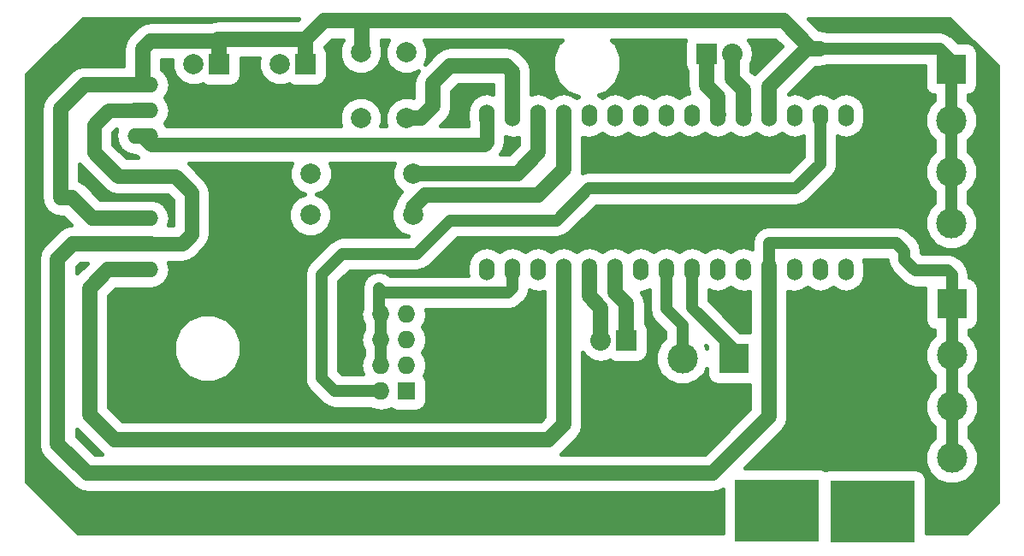
<source format=gbr>
G04 #@! TF.FileFunction,Copper,L1,Top,Signal*
%FSLAX46Y46*%
G04 Gerber Fmt 4.6, Leading zero omitted, Abs format (unit mm)*
G04 Created by KiCad (PCBNEW 4.0.4-stable) date 11/17/16 22:49:04*
%MOMM*%
%LPD*%
G01*
G04 APERTURE LIST*
%ADD10C,0.100000*%
%ADD11O,1.524000X2.199640*%
%ADD12O,1.524000X2.197100*%
%ADD13O,3.048000X1.524000*%
%ADD14C,1.998980*%
%ADD15R,2.000000X2.000000*%
%ADD16C,2.000000*%
%ADD17R,2.032000X2.032000*%
%ADD18O,2.032000X2.032000*%
%ADD19R,1.727200X1.727200*%
%ADD20O,1.727200X1.727200*%
%ADD21R,2.999740X2.999740*%
%ADD22C,2.999740*%
%ADD23R,8.399540X6.199640*%
%ADD24R,1.399540X1.199640*%
%ADD25C,1.150000*%
%ADD26C,1.550000*%
%ADD27C,1.450000*%
%ADD28C,0.454000*%
G04 APERTURE END LIST*
D10*
D11*
X97536000Y-23368000D03*
X94996000Y-23368000D03*
X92456000Y-23368000D03*
X89916000Y-23368000D03*
X87376000Y-23368000D03*
X84836000Y-23368000D03*
X82296000Y-23368000D03*
X79756000Y-23368000D03*
X77216000Y-23368000D03*
X74676000Y-23368000D03*
X72136000Y-23368000D03*
X69596000Y-23368000D03*
X67056000Y-23368000D03*
X64516000Y-23368000D03*
X61976000Y-23368000D03*
X61976000Y-38608000D03*
X64516000Y-38608000D03*
X67056000Y-38608000D03*
X69596000Y-38608000D03*
D12*
X72136000Y-38608000D03*
X74676000Y-38608000D03*
X77216000Y-38608000D03*
X79756000Y-38608000D03*
X82296000Y-38608000D03*
X84836000Y-38608000D03*
X87376000Y-38608000D03*
X89916000Y-38608000D03*
X92456000Y-38608000D03*
X94996000Y-38608000D03*
X97536000Y-38608000D03*
D13*
X27940000Y-38608000D03*
X27940000Y-36068000D03*
X27940000Y-33528000D03*
X27940000Y-25400000D03*
X27940000Y-22860000D03*
X27940000Y-20320000D03*
D14*
X49514760Y-17119600D03*
X54015640Y-23622000D03*
X54015640Y-17119600D03*
X49514760Y-23622000D03*
D15*
X44043600Y-18288000D03*
D16*
X41503600Y-18288000D03*
D14*
X54737000Y-29083000D03*
X44577000Y-29083000D03*
D17*
X75793600Y-45618400D03*
D18*
X73253600Y-45618400D03*
D17*
X83718400Y-17221200D03*
D18*
X86258400Y-17221200D03*
D15*
X35509200Y-18288000D03*
D16*
X32969200Y-18288000D03*
D14*
X54673500Y-33210500D03*
X44513500Y-33210500D03*
D19*
X54051200Y-50647600D03*
D20*
X51511200Y-50647600D03*
X54051200Y-48107600D03*
X51511200Y-48107600D03*
X54051200Y-45567600D03*
X51511200Y-45567600D03*
X54051200Y-43027600D03*
X51511200Y-43027600D03*
D21*
X107950000Y-18745200D03*
D22*
X107950000Y-23825200D03*
X107950000Y-28905200D03*
X107950000Y-33985200D03*
D21*
X108000800Y-42011600D03*
D22*
X108000800Y-47091600D03*
X108000800Y-52171600D03*
X108000800Y-57251600D03*
D21*
X86410800Y-47396400D03*
D22*
X81330800Y-47396400D03*
D23*
X90700000Y-62500000D03*
D24*
X100150000Y-62550000D03*
D23*
X100150000Y-62550000D03*
D25*
X107950000Y-28905200D02*
X107950000Y-33985200D01*
X94945200Y-16713200D02*
X106832400Y-16713200D01*
X106832400Y-16713200D02*
X107950000Y-17830800D01*
X107950000Y-17830800D02*
X107950000Y-23825200D01*
X107950000Y-23825200D02*
X107950000Y-28905200D01*
D26*
X49631600Y-13970000D02*
X49631600Y-17002760D01*
X49631600Y-17002760D02*
X49514760Y-17119600D01*
X45872400Y-13970000D02*
X44043600Y-15798800D01*
X91338400Y-13970000D02*
X49631600Y-13970000D01*
X49631600Y-13970000D02*
X45872400Y-13970000D01*
X94081600Y-16713200D02*
X91338400Y-13970000D01*
X89916000Y-20472400D02*
X93675200Y-16713200D01*
X89916000Y-23368000D02*
X89916000Y-20472400D01*
X35509200Y-15951200D02*
X28702000Y-15951200D01*
X27940000Y-16713200D02*
X27940000Y-20320000D01*
X28702000Y-15951200D02*
X27940000Y-16713200D01*
X44043600Y-18288000D02*
X44043600Y-15798800D01*
X35509200Y-15951200D02*
X35509200Y-18288000D01*
X35356800Y-15798800D02*
X35509200Y-15951200D01*
X44043600Y-15798800D02*
X35356800Y-15798800D01*
X27940000Y-33528000D02*
X22923500Y-33528000D01*
X22923500Y-33528000D02*
X20891500Y-31496000D01*
X20891500Y-31496000D02*
X19812000Y-31496000D01*
X27940000Y-20320000D02*
X22161500Y-20320000D01*
X22161500Y-20320000D02*
X19812000Y-22669500D01*
X19812000Y-22669500D02*
X19812000Y-31496000D01*
X94945200Y-16713200D02*
X94081600Y-16713200D01*
X93675200Y-16713200D02*
X94945200Y-16713200D01*
D27*
X61976000Y-23368000D02*
X61976000Y-25971500D01*
X28765500Y-26225500D02*
X27940000Y-25400000D01*
X61722000Y-26225500D02*
X28765500Y-26225500D01*
X61976000Y-25971500D02*
X61722000Y-26225500D01*
D26*
X69596000Y-38608000D02*
X69596000Y-53949600D01*
X24485600Y-38608000D02*
X27940000Y-38608000D01*
X22656800Y-40436800D02*
X24485600Y-38608000D01*
X22656800Y-52984400D02*
X22656800Y-40436800D01*
X25146000Y-55473600D02*
X22656800Y-52984400D01*
X68072000Y-55473600D02*
X25146000Y-55473600D01*
X69596000Y-53949600D02*
X68072000Y-55473600D01*
X54015640Y-23622000D02*
X55473600Y-23622000D01*
X64516000Y-18999200D02*
X64516000Y-23368000D01*
X63957200Y-18440400D02*
X64516000Y-18999200D01*
X58369200Y-18440400D02*
X63957200Y-18440400D01*
X56642000Y-20167600D02*
X58369200Y-18440400D01*
X56642000Y-22453600D02*
X56642000Y-20167600D01*
X55473600Y-23622000D02*
X56642000Y-22453600D01*
X72136000Y-38608000D02*
X72136000Y-41249600D01*
X73253600Y-42367200D02*
X73253600Y-45618400D01*
X72136000Y-41249600D02*
X73253600Y-42367200D01*
X74676000Y-38608000D02*
X74676000Y-40890460D01*
X75793600Y-42008060D02*
X75793600Y-45618400D01*
X74676000Y-40890460D02*
X75793600Y-42008060D01*
X86258400Y-17221200D02*
X86258400Y-19710400D01*
X87376000Y-20828000D02*
X87376000Y-23368000D01*
X86258400Y-19710400D02*
X87376000Y-20828000D01*
X87439500Y-23304500D02*
X87376000Y-23368000D01*
X83718400Y-17221200D02*
X83718400Y-20370800D01*
X84836000Y-21488400D02*
X84836000Y-23368000D01*
X83718400Y-20370800D02*
X84836000Y-21488400D01*
X84963000Y-23241000D02*
X84836000Y-23368000D01*
X69596000Y-28702000D02*
X69596000Y-23368000D01*
X67056000Y-31242000D02*
X69596000Y-28702000D01*
X55880000Y-31242000D02*
X67056000Y-31242000D01*
X54673500Y-32448500D02*
X55880000Y-31242000D01*
X54673500Y-33210500D02*
X54673500Y-32448500D01*
X54737000Y-29083000D02*
X64998600Y-29083000D01*
X67056000Y-27025600D02*
X67056000Y-23368000D01*
X64998600Y-29083000D02*
X67056000Y-27025600D01*
D25*
X94996000Y-23368000D02*
X94996000Y-28143200D01*
X46939200Y-50647600D02*
X51511200Y-50647600D01*
X45618400Y-49326800D02*
X46939200Y-50647600D01*
X45618400Y-39116000D02*
X45618400Y-49326800D01*
X47701200Y-37033200D02*
X45618400Y-39116000D01*
X55067200Y-37033200D02*
X47701200Y-37033200D01*
X58369200Y-33731200D02*
X55067200Y-37033200D01*
X68935600Y-33731200D02*
X58369200Y-33731200D01*
X72085200Y-30581600D02*
X68935600Y-33731200D01*
X92557600Y-30581600D02*
X72085200Y-30581600D01*
X94996000Y-28143200D02*
X92557600Y-30581600D01*
X51308000Y-42824400D02*
X51308000Y-40436800D01*
X64516000Y-40487600D02*
X64516000Y-38608000D01*
X64109600Y-40894000D02*
X64516000Y-40487600D01*
X51765200Y-40894000D02*
X64109600Y-40894000D01*
X51308000Y-40436800D02*
X51765200Y-40894000D01*
X51511200Y-48107600D02*
X51511200Y-45567600D01*
X51511200Y-45567600D02*
X51511200Y-43027600D01*
X51511200Y-43027600D02*
X51308000Y-42824400D01*
X89916000Y-38608000D02*
X89916000Y-35966400D01*
X108000800Y-39065200D02*
X108000800Y-42011600D01*
X107645200Y-38709600D02*
X108000800Y-39065200D01*
X104394000Y-38709600D02*
X107645200Y-38709600D01*
X103327200Y-37642800D02*
X104394000Y-38709600D01*
X103327200Y-36779200D02*
X103327200Y-37642800D01*
X102514400Y-35966400D02*
X103327200Y-36779200D01*
X89916000Y-35966400D02*
X102514400Y-35966400D01*
X108000800Y-42011600D02*
X108000800Y-47091600D01*
X108000800Y-47091600D02*
X108000800Y-52171600D01*
X108000800Y-52171600D02*
X108000800Y-57251600D01*
D26*
X27940000Y-36068000D02*
X20980400Y-36068000D01*
X89916000Y-53187600D02*
X89916000Y-38608000D01*
X84328000Y-58775600D02*
X89916000Y-53187600D01*
X22402800Y-58775600D02*
X84328000Y-58775600D01*
X19507200Y-55880000D02*
X22402800Y-58775600D01*
X19507200Y-37541200D02*
X19507200Y-55880000D01*
X20980400Y-36068000D02*
X19507200Y-37541200D01*
D27*
X27940000Y-22860000D02*
X24574500Y-22860000D01*
X31813500Y-36068000D02*
X27940000Y-36068000D01*
X32766000Y-35115500D02*
X31813500Y-36068000D01*
X32766000Y-30988000D02*
X32766000Y-35115500D01*
X31178500Y-29400500D02*
X32766000Y-30988000D01*
X25527000Y-29400500D02*
X31178500Y-29400500D01*
X23114000Y-26987500D02*
X25527000Y-29400500D01*
X23114000Y-24320500D02*
X23114000Y-26987500D01*
X24574500Y-22860000D02*
X23114000Y-24320500D01*
D25*
X79756000Y-38608000D02*
X79756000Y-42519600D01*
X79756000Y-42519600D02*
X81330800Y-44094400D01*
X81330800Y-44094400D02*
X81330800Y-47396400D01*
X86410800Y-46482000D02*
X82296000Y-42367200D01*
X82296000Y-42367200D02*
X82296000Y-38608000D01*
X86410800Y-47396400D02*
X86410800Y-46482000D01*
D28*
G36*
X43252452Y-13888800D02*
X35356800Y-13888800D01*
X34625874Y-14034190D01*
X34615383Y-14041200D01*
X28702000Y-14041200D01*
X27971075Y-14186590D01*
X27351426Y-14600626D01*
X26589426Y-15362626D01*
X26175390Y-15982274D01*
X26066495Y-16529725D01*
X26030000Y-16713200D01*
X26030000Y-18410000D01*
X22161500Y-18410000D01*
X21430574Y-18555390D01*
X20810926Y-18969426D01*
X18461426Y-21318926D01*
X18047390Y-21938574D01*
X17959108Y-22382400D01*
X17902000Y-22669500D01*
X17902000Y-31496000D01*
X18047390Y-32226925D01*
X18461426Y-32846574D01*
X19081075Y-33260610D01*
X19812000Y-33406000D01*
X20100352Y-33406000D01*
X20873597Y-34179245D01*
X20249475Y-34303390D01*
X19746317Y-34639589D01*
X19629826Y-34717426D01*
X18156626Y-36190626D01*
X17742590Y-36810274D01*
X17709725Y-36975500D01*
X17597200Y-37541200D01*
X17597200Y-55880000D01*
X17742590Y-56610926D01*
X18156626Y-57230574D01*
X21052226Y-60126174D01*
X21671874Y-60540210D01*
X22402800Y-60685600D01*
X84328000Y-60685600D01*
X85058926Y-60540210D01*
X85342995Y-60350401D01*
X85342995Y-64677600D01*
X21532399Y-64677600D01*
X16450000Y-59595202D01*
X16450000Y-19297198D01*
X21989598Y-13757600D01*
X43383652Y-13757600D01*
X43252452Y-13888800D01*
X43252452Y-13888800D01*
G37*
X43252452Y-13888800D02*
X35356800Y-13888800D01*
X34625874Y-14034190D01*
X34615383Y-14041200D01*
X28702000Y-14041200D01*
X27971075Y-14186590D01*
X27351426Y-14600626D01*
X26589426Y-15362626D01*
X26175390Y-15982274D01*
X26066495Y-16529725D01*
X26030000Y-16713200D01*
X26030000Y-18410000D01*
X22161500Y-18410000D01*
X21430574Y-18555390D01*
X20810926Y-18969426D01*
X18461426Y-21318926D01*
X18047390Y-21938574D01*
X17959108Y-22382400D01*
X17902000Y-22669500D01*
X17902000Y-31496000D01*
X18047390Y-32226925D01*
X18461426Y-32846574D01*
X19081075Y-33260610D01*
X19812000Y-33406000D01*
X20100352Y-33406000D01*
X20873597Y-34179245D01*
X20249475Y-34303390D01*
X19746317Y-34639589D01*
X19629826Y-34717426D01*
X18156626Y-36190626D01*
X17742590Y-36810274D01*
X17709725Y-36975500D01*
X17597200Y-37541200D01*
X17597200Y-55880000D01*
X17742590Y-56610926D01*
X18156626Y-57230574D01*
X21052226Y-60126174D01*
X21671874Y-60540210D01*
X22402800Y-60685600D01*
X84328000Y-60685600D01*
X85058926Y-60540210D01*
X85342995Y-60350401D01*
X85342995Y-64677600D01*
X21532399Y-64677600D01*
X16450000Y-59595202D01*
X16450000Y-19297198D01*
X21989598Y-13757600D01*
X43383652Y-13757600D01*
X43252452Y-13888800D01*
G36*
X112518500Y-18471698D02*
X112518500Y-48069500D01*
X112531200Y-48133347D01*
X112531200Y-61627202D01*
X109480802Y-64677600D01*
X105507005Y-64677600D01*
X105507005Y-59450180D01*
X105427863Y-59029574D01*
X105179285Y-58643274D01*
X104799999Y-58384119D01*
X104349770Y-58292945D01*
X95950230Y-58292945D01*
X95529624Y-58372087D01*
X95465735Y-58413198D01*
X95349999Y-58334119D01*
X94899770Y-58242945D01*
X87561803Y-58242945D01*
X91266574Y-54538174D01*
X91549069Y-54115390D01*
X91680610Y-53918525D01*
X91826000Y-53187600D01*
X91826000Y-40759993D01*
X92456000Y-40885308D01*
X93181950Y-40740907D01*
X93726000Y-40377386D01*
X94270050Y-40740907D01*
X94996000Y-40885308D01*
X95721950Y-40740907D01*
X96266000Y-40377386D01*
X96810050Y-40740907D01*
X97536000Y-40885308D01*
X98261950Y-40740907D01*
X98877382Y-40329690D01*
X99288599Y-39714258D01*
X99433000Y-38988308D01*
X99433000Y-38227692D01*
X99323341Y-37676400D01*
X101623883Y-37676400D01*
X101699234Y-38055212D01*
X101747366Y-38297189D01*
X102022930Y-38709600D01*
X102118047Y-38851953D01*
X103184847Y-39918753D01*
X103739611Y-40289434D01*
X103800774Y-40301600D01*
X104394000Y-40419601D01*
X104394005Y-40419600D01*
X105362352Y-40419600D01*
X105343695Y-40511730D01*
X105343695Y-43511470D01*
X105422837Y-43932076D01*
X105671415Y-44318376D01*
X106050701Y-44577531D01*
X106290800Y-44626152D01*
X106290800Y-45075597D01*
X105768369Y-45597117D01*
X105366389Y-46565193D01*
X105365474Y-47613409D01*
X105765764Y-48582184D01*
X106290800Y-49108137D01*
X106290800Y-50155597D01*
X105768369Y-50677117D01*
X105366389Y-51645193D01*
X105365474Y-52693409D01*
X105765764Y-53662184D01*
X106290800Y-54188137D01*
X106290800Y-55235597D01*
X105768369Y-55757117D01*
X105366389Y-56725193D01*
X105365474Y-57773409D01*
X105765764Y-58742184D01*
X106506317Y-59484031D01*
X107474393Y-59886011D01*
X108522609Y-59886926D01*
X109491384Y-59486636D01*
X110233231Y-58746083D01*
X110635211Y-57778007D01*
X110636126Y-56729791D01*
X110235836Y-55761016D01*
X109710800Y-55235063D01*
X109710800Y-54187603D01*
X110233231Y-53666083D01*
X110635211Y-52698007D01*
X110636126Y-51649791D01*
X110235836Y-50681016D01*
X109710800Y-50155063D01*
X109710800Y-49107603D01*
X110233231Y-48586083D01*
X110635211Y-47618007D01*
X110636126Y-46569791D01*
X110235836Y-45601016D01*
X109710800Y-45075063D01*
X109710800Y-44629167D01*
X109921276Y-44589563D01*
X110307576Y-44340985D01*
X110566731Y-43961699D01*
X110657905Y-43511470D01*
X110657905Y-40511730D01*
X110578763Y-40091124D01*
X110330185Y-39704824D01*
X109950899Y-39445669D01*
X109710800Y-39397048D01*
X109710800Y-39065200D01*
X109580634Y-38410811D01*
X109209953Y-37856047D01*
X109209950Y-37856045D01*
X108854353Y-37500447D01*
X108713003Y-37406000D01*
X108299589Y-37129766D01*
X108191018Y-37108170D01*
X107645200Y-36999599D01*
X107645195Y-36999600D01*
X105102306Y-36999600D01*
X105037200Y-36934494D01*
X105037200Y-36779205D01*
X105037201Y-36779200D01*
X104907034Y-36124812D01*
X104907034Y-36124811D01*
X104536353Y-35570047D01*
X104536350Y-35570045D01*
X103723553Y-34757247D01*
X103677713Y-34726618D01*
X103168789Y-34386566D01*
X103027692Y-34358500D01*
X102514400Y-34256399D01*
X102514395Y-34256400D01*
X89916000Y-34256400D01*
X89261611Y-34386566D01*
X88706847Y-34757247D01*
X88336166Y-35312011D01*
X88206000Y-35966400D01*
X88206000Y-36544617D01*
X88101950Y-36475093D01*
X87376000Y-36330692D01*
X86650050Y-36475093D01*
X86106000Y-36838614D01*
X85561950Y-36475093D01*
X84836000Y-36330692D01*
X84110050Y-36475093D01*
X83566000Y-36838614D01*
X83021950Y-36475093D01*
X82296000Y-36330692D01*
X81570050Y-36475093D01*
X81026000Y-36838614D01*
X80481950Y-36475093D01*
X79756000Y-36330692D01*
X79030050Y-36475093D01*
X78486000Y-36838614D01*
X77941950Y-36475093D01*
X77216000Y-36330692D01*
X76490050Y-36475093D01*
X75946000Y-36838614D01*
X75401950Y-36475093D01*
X74676000Y-36330692D01*
X73950050Y-36475093D01*
X73406000Y-36838614D01*
X72861950Y-36475093D01*
X72136000Y-36330692D01*
X71410050Y-36475093D01*
X70866969Y-36837967D01*
X70321950Y-36473798D01*
X69596000Y-36329397D01*
X68870050Y-36473798D01*
X68326000Y-36837319D01*
X67781950Y-36473798D01*
X67056000Y-36329397D01*
X66330050Y-36473798D01*
X65786000Y-36837319D01*
X65241950Y-36473798D01*
X64516000Y-36329397D01*
X63790050Y-36473798D01*
X63246000Y-36837319D01*
X62701950Y-36473798D01*
X61976000Y-36329397D01*
X61250050Y-36473798D01*
X60634618Y-36885015D01*
X60223401Y-37500447D01*
X60079000Y-38226397D01*
X60079000Y-38989603D01*
X60117668Y-39184000D01*
X52451831Y-39184000D01*
X51962389Y-38856966D01*
X51853818Y-38835370D01*
X51390453Y-38743200D01*
X55067195Y-38743200D01*
X55067200Y-38743201D01*
X55613018Y-38634630D01*
X55721589Y-38613034D01*
X56276353Y-38242353D01*
X59077505Y-35441200D01*
X68935595Y-35441200D01*
X68935600Y-35441201D01*
X69528831Y-35323199D01*
X69589989Y-35311034D01*
X70144753Y-34940353D01*
X72793506Y-32291600D01*
X92557595Y-32291600D01*
X92557600Y-32291601D01*
X93103418Y-32183030D01*
X93211989Y-32161434D01*
X93766753Y-31790753D01*
X96205150Y-29352355D01*
X96205153Y-29352353D01*
X96575834Y-28797589D01*
X96706000Y-28143200D01*
X96706000Y-25432678D01*
X96810050Y-25502202D01*
X97536000Y-25646603D01*
X98261950Y-25502202D01*
X98877382Y-25090985D01*
X99288599Y-24475553D01*
X99433000Y-23749603D01*
X99433000Y-22986397D01*
X99288599Y-22260447D01*
X98877382Y-21645015D01*
X98261950Y-21233798D01*
X97536000Y-21089397D01*
X96810050Y-21233798D01*
X96266000Y-21597319D01*
X95721950Y-21233798D01*
X94996000Y-21089397D01*
X94270050Y-21233798D01*
X93726000Y-21597319D01*
X93181950Y-21233798D01*
X92456000Y-21089397D01*
X91886962Y-21202586D01*
X94466348Y-18623200D01*
X94945200Y-18623200D01*
X95676125Y-18477810D01*
X95757855Y-18423200D01*
X105292895Y-18423200D01*
X105292895Y-20245070D01*
X105372037Y-20665676D01*
X105620615Y-21051976D01*
X105999901Y-21311131D01*
X106240000Y-21359752D01*
X106240000Y-21809197D01*
X105717569Y-22330717D01*
X105315589Y-23298793D01*
X105314674Y-24347009D01*
X105714964Y-25315784D01*
X106240000Y-25841737D01*
X106240000Y-26889197D01*
X105717569Y-27410717D01*
X105315589Y-28378793D01*
X105314674Y-29427009D01*
X105714964Y-30395784D01*
X106240000Y-30921737D01*
X106240000Y-31969197D01*
X105717569Y-32490717D01*
X105315589Y-33458793D01*
X105314674Y-34507009D01*
X105714964Y-35475784D01*
X106455517Y-36217631D01*
X107423593Y-36619611D01*
X108471809Y-36620526D01*
X109440584Y-36220236D01*
X110182431Y-35479683D01*
X110584411Y-34511607D01*
X110585326Y-33463391D01*
X110185036Y-32494616D01*
X109660000Y-31968663D01*
X109660000Y-30921203D01*
X110182431Y-30399683D01*
X110584411Y-29431607D01*
X110585326Y-28383391D01*
X110185036Y-27414616D01*
X109660000Y-26888663D01*
X109660000Y-25841203D01*
X110182431Y-25319683D01*
X110584411Y-24351607D01*
X110585326Y-23303391D01*
X110185036Y-22334616D01*
X109660000Y-21808663D01*
X109660000Y-21362767D01*
X109870476Y-21323163D01*
X110256776Y-21074585D01*
X110515931Y-20695299D01*
X110607105Y-20245070D01*
X110607105Y-17245330D01*
X110527963Y-16824724D01*
X110279385Y-16438424D01*
X109900099Y-16179269D01*
X109449870Y-16088095D01*
X108625601Y-16088095D01*
X108041553Y-15504047D01*
X107829901Y-15362626D01*
X107486789Y-15133366D01*
X107378218Y-15111770D01*
X106832400Y-15003199D01*
X106832395Y-15003200D01*
X95757855Y-15003200D01*
X95676125Y-14948590D01*
X94945200Y-14803200D01*
X94872748Y-14803200D01*
X93827148Y-13757600D01*
X107804402Y-13757600D01*
X112518500Y-18471698D01*
X112518500Y-18471698D01*
G37*
X112518500Y-18471698D02*
X112518500Y-48069500D01*
X112531200Y-48133347D01*
X112531200Y-61627202D01*
X109480802Y-64677600D01*
X105507005Y-64677600D01*
X105507005Y-59450180D01*
X105427863Y-59029574D01*
X105179285Y-58643274D01*
X104799999Y-58384119D01*
X104349770Y-58292945D01*
X95950230Y-58292945D01*
X95529624Y-58372087D01*
X95465735Y-58413198D01*
X95349999Y-58334119D01*
X94899770Y-58242945D01*
X87561803Y-58242945D01*
X91266574Y-54538174D01*
X91549069Y-54115390D01*
X91680610Y-53918525D01*
X91826000Y-53187600D01*
X91826000Y-40759993D01*
X92456000Y-40885308D01*
X93181950Y-40740907D01*
X93726000Y-40377386D01*
X94270050Y-40740907D01*
X94996000Y-40885308D01*
X95721950Y-40740907D01*
X96266000Y-40377386D01*
X96810050Y-40740907D01*
X97536000Y-40885308D01*
X98261950Y-40740907D01*
X98877382Y-40329690D01*
X99288599Y-39714258D01*
X99433000Y-38988308D01*
X99433000Y-38227692D01*
X99323341Y-37676400D01*
X101623883Y-37676400D01*
X101699234Y-38055212D01*
X101747366Y-38297189D01*
X102022930Y-38709600D01*
X102118047Y-38851953D01*
X103184847Y-39918753D01*
X103739611Y-40289434D01*
X103800774Y-40301600D01*
X104394000Y-40419601D01*
X104394005Y-40419600D01*
X105362352Y-40419600D01*
X105343695Y-40511730D01*
X105343695Y-43511470D01*
X105422837Y-43932076D01*
X105671415Y-44318376D01*
X106050701Y-44577531D01*
X106290800Y-44626152D01*
X106290800Y-45075597D01*
X105768369Y-45597117D01*
X105366389Y-46565193D01*
X105365474Y-47613409D01*
X105765764Y-48582184D01*
X106290800Y-49108137D01*
X106290800Y-50155597D01*
X105768369Y-50677117D01*
X105366389Y-51645193D01*
X105365474Y-52693409D01*
X105765764Y-53662184D01*
X106290800Y-54188137D01*
X106290800Y-55235597D01*
X105768369Y-55757117D01*
X105366389Y-56725193D01*
X105365474Y-57773409D01*
X105765764Y-58742184D01*
X106506317Y-59484031D01*
X107474393Y-59886011D01*
X108522609Y-59886926D01*
X109491384Y-59486636D01*
X110233231Y-58746083D01*
X110635211Y-57778007D01*
X110636126Y-56729791D01*
X110235836Y-55761016D01*
X109710800Y-55235063D01*
X109710800Y-54187603D01*
X110233231Y-53666083D01*
X110635211Y-52698007D01*
X110636126Y-51649791D01*
X110235836Y-50681016D01*
X109710800Y-50155063D01*
X109710800Y-49107603D01*
X110233231Y-48586083D01*
X110635211Y-47618007D01*
X110636126Y-46569791D01*
X110235836Y-45601016D01*
X109710800Y-45075063D01*
X109710800Y-44629167D01*
X109921276Y-44589563D01*
X110307576Y-44340985D01*
X110566731Y-43961699D01*
X110657905Y-43511470D01*
X110657905Y-40511730D01*
X110578763Y-40091124D01*
X110330185Y-39704824D01*
X109950899Y-39445669D01*
X109710800Y-39397048D01*
X109710800Y-39065200D01*
X109580634Y-38410811D01*
X109209953Y-37856047D01*
X109209950Y-37856045D01*
X108854353Y-37500447D01*
X108713003Y-37406000D01*
X108299589Y-37129766D01*
X108191018Y-37108170D01*
X107645200Y-36999599D01*
X107645195Y-36999600D01*
X105102306Y-36999600D01*
X105037200Y-36934494D01*
X105037200Y-36779205D01*
X105037201Y-36779200D01*
X104907034Y-36124812D01*
X104907034Y-36124811D01*
X104536353Y-35570047D01*
X104536350Y-35570045D01*
X103723553Y-34757247D01*
X103677713Y-34726618D01*
X103168789Y-34386566D01*
X103027692Y-34358500D01*
X102514400Y-34256399D01*
X102514395Y-34256400D01*
X89916000Y-34256400D01*
X89261611Y-34386566D01*
X88706847Y-34757247D01*
X88336166Y-35312011D01*
X88206000Y-35966400D01*
X88206000Y-36544617D01*
X88101950Y-36475093D01*
X87376000Y-36330692D01*
X86650050Y-36475093D01*
X86106000Y-36838614D01*
X85561950Y-36475093D01*
X84836000Y-36330692D01*
X84110050Y-36475093D01*
X83566000Y-36838614D01*
X83021950Y-36475093D01*
X82296000Y-36330692D01*
X81570050Y-36475093D01*
X81026000Y-36838614D01*
X80481950Y-36475093D01*
X79756000Y-36330692D01*
X79030050Y-36475093D01*
X78486000Y-36838614D01*
X77941950Y-36475093D01*
X77216000Y-36330692D01*
X76490050Y-36475093D01*
X75946000Y-36838614D01*
X75401950Y-36475093D01*
X74676000Y-36330692D01*
X73950050Y-36475093D01*
X73406000Y-36838614D01*
X72861950Y-36475093D01*
X72136000Y-36330692D01*
X71410050Y-36475093D01*
X70866969Y-36837967D01*
X70321950Y-36473798D01*
X69596000Y-36329397D01*
X68870050Y-36473798D01*
X68326000Y-36837319D01*
X67781950Y-36473798D01*
X67056000Y-36329397D01*
X66330050Y-36473798D01*
X65786000Y-36837319D01*
X65241950Y-36473798D01*
X64516000Y-36329397D01*
X63790050Y-36473798D01*
X63246000Y-36837319D01*
X62701950Y-36473798D01*
X61976000Y-36329397D01*
X61250050Y-36473798D01*
X60634618Y-36885015D01*
X60223401Y-37500447D01*
X60079000Y-38226397D01*
X60079000Y-38989603D01*
X60117668Y-39184000D01*
X52451831Y-39184000D01*
X51962389Y-38856966D01*
X51853818Y-38835370D01*
X51390453Y-38743200D01*
X55067195Y-38743200D01*
X55067200Y-38743201D01*
X55613018Y-38634630D01*
X55721589Y-38613034D01*
X56276353Y-38242353D01*
X59077505Y-35441200D01*
X68935595Y-35441200D01*
X68935600Y-35441201D01*
X69528831Y-35323199D01*
X69589989Y-35311034D01*
X70144753Y-34940353D01*
X72793506Y-32291600D01*
X92557595Y-32291600D01*
X92557600Y-32291601D01*
X93103418Y-32183030D01*
X93211989Y-32161434D01*
X93766753Y-31790753D01*
X96205150Y-29352355D01*
X96205153Y-29352353D01*
X96575834Y-28797589D01*
X96706000Y-28143200D01*
X96706000Y-25432678D01*
X96810050Y-25502202D01*
X97536000Y-25646603D01*
X98261950Y-25502202D01*
X98877382Y-25090985D01*
X99288599Y-24475553D01*
X99433000Y-23749603D01*
X99433000Y-22986397D01*
X99288599Y-22260447D01*
X98877382Y-21645015D01*
X98261950Y-21233798D01*
X97536000Y-21089397D01*
X96810050Y-21233798D01*
X96266000Y-21597319D01*
X95721950Y-21233798D01*
X94996000Y-21089397D01*
X94270050Y-21233798D01*
X93726000Y-21597319D01*
X93181950Y-21233798D01*
X92456000Y-21089397D01*
X91886962Y-21202586D01*
X94466348Y-18623200D01*
X94945200Y-18623200D01*
X95676125Y-18477810D01*
X95757855Y-18423200D01*
X105292895Y-18423200D01*
X105292895Y-20245070D01*
X105372037Y-20665676D01*
X105620615Y-21051976D01*
X105999901Y-21311131D01*
X106240000Y-21359752D01*
X106240000Y-21809197D01*
X105717569Y-22330717D01*
X105315589Y-23298793D01*
X105314674Y-24347009D01*
X105714964Y-25315784D01*
X106240000Y-25841737D01*
X106240000Y-26889197D01*
X105717569Y-27410717D01*
X105315589Y-28378793D01*
X105314674Y-29427009D01*
X105714964Y-30395784D01*
X106240000Y-30921737D01*
X106240000Y-31969197D01*
X105717569Y-32490717D01*
X105315589Y-33458793D01*
X105314674Y-34507009D01*
X105714964Y-35475784D01*
X106455517Y-36217631D01*
X107423593Y-36619611D01*
X108471809Y-36620526D01*
X109440584Y-36220236D01*
X110182431Y-35479683D01*
X110584411Y-34511607D01*
X110585326Y-33463391D01*
X110185036Y-32494616D01*
X109660000Y-31968663D01*
X109660000Y-30921203D01*
X110182431Y-30399683D01*
X110584411Y-29431607D01*
X110585326Y-28383391D01*
X110185036Y-27414616D01*
X109660000Y-26888663D01*
X109660000Y-25841203D01*
X110182431Y-25319683D01*
X110584411Y-24351607D01*
X110585326Y-23303391D01*
X110185036Y-22334616D01*
X109660000Y-21808663D01*
X109660000Y-21362767D01*
X109870476Y-21323163D01*
X110256776Y-21074585D01*
X110515931Y-20695299D01*
X110607105Y-20245070D01*
X110607105Y-17245330D01*
X110527963Y-16824724D01*
X110279385Y-16438424D01*
X109900099Y-16179269D01*
X109449870Y-16088095D01*
X108625601Y-16088095D01*
X108041553Y-15504047D01*
X107829901Y-15362626D01*
X107486789Y-15133366D01*
X107378218Y-15111770D01*
X106832400Y-15003199D01*
X106832395Y-15003200D01*
X95757855Y-15003200D01*
X95676125Y-14948590D01*
X94945200Y-14803200D01*
X94872748Y-14803200D01*
X93827148Y-13757600D01*
X107804402Y-13757600D01*
X112518500Y-18471698D01*
G36*
X23795426Y-56824174D02*
X23857424Y-56865600D01*
X23193948Y-56865600D01*
X21417200Y-55088852D01*
X21417200Y-54445948D01*
X23795426Y-56824174D01*
X23795426Y-56824174D01*
G37*
X23795426Y-56824174D02*
X23857424Y-56865600D01*
X23193948Y-56865600D01*
X21417200Y-55088852D01*
X21417200Y-54445948D01*
X23795426Y-56824174D01*
G36*
X78046000Y-42519595D02*
X78045999Y-42519600D01*
X78145852Y-43021589D01*
X78176166Y-43173989D01*
X78515600Y-43681988D01*
X78546847Y-43728753D01*
X79620800Y-44802705D01*
X79620800Y-45380397D01*
X79098369Y-45901917D01*
X78696389Y-46869993D01*
X78695474Y-47918209D01*
X79095764Y-48886984D01*
X79836317Y-49628831D01*
X80804393Y-50030811D01*
X81852609Y-50031726D01*
X82821384Y-49631436D01*
X83563231Y-48890883D01*
X83753695Y-48432194D01*
X83753695Y-48896270D01*
X83832837Y-49316876D01*
X84081415Y-49703176D01*
X84460701Y-49962331D01*
X84910930Y-50053505D01*
X87910670Y-50053505D01*
X88006000Y-50035568D01*
X88006000Y-52396452D01*
X83536852Y-56865600D01*
X69360576Y-56865600D01*
X69422574Y-56824174D01*
X70946574Y-55300174D01*
X71047536Y-55149074D01*
X71360610Y-54680525D01*
X71506000Y-53949600D01*
X71506000Y-46842377D01*
X71732613Y-47181528D01*
X72430448Y-47647806D01*
X73253600Y-47811541D01*
X74076752Y-47647806D01*
X74164499Y-47589175D01*
X74327371Y-47700461D01*
X74777600Y-47791635D01*
X76809600Y-47791635D01*
X77230206Y-47712493D01*
X77616506Y-47463915D01*
X77875661Y-47084629D01*
X77966835Y-46634400D01*
X77966835Y-44602400D01*
X77887693Y-44181794D01*
X77703600Y-43895706D01*
X77703600Y-42008060D01*
X77641677Y-41696753D01*
X77558210Y-41277134D01*
X77286968Y-40871192D01*
X77941950Y-40740907D01*
X78046000Y-40671383D01*
X78046000Y-42519595D01*
X78046000Y-42519595D01*
G37*
X78046000Y-42519595D02*
X78045999Y-42519600D01*
X78145852Y-43021589D01*
X78176166Y-43173989D01*
X78515600Y-43681988D01*
X78546847Y-43728753D01*
X79620800Y-44802705D01*
X79620800Y-45380397D01*
X79098369Y-45901917D01*
X78696389Y-46869993D01*
X78695474Y-47918209D01*
X79095764Y-48886984D01*
X79836317Y-49628831D01*
X80804393Y-50030811D01*
X81852609Y-50031726D01*
X82821384Y-49631436D01*
X83563231Y-48890883D01*
X83753695Y-48432194D01*
X83753695Y-48896270D01*
X83832837Y-49316876D01*
X84081415Y-49703176D01*
X84460701Y-49962331D01*
X84910930Y-50053505D01*
X87910670Y-50053505D01*
X88006000Y-50035568D01*
X88006000Y-52396452D01*
X83536852Y-56865600D01*
X69360576Y-56865600D01*
X69422574Y-56824174D01*
X70946574Y-55300174D01*
X71047536Y-55149074D01*
X71360610Y-54680525D01*
X71506000Y-53949600D01*
X71506000Y-46842377D01*
X71732613Y-47181528D01*
X72430448Y-47647806D01*
X73253600Y-47811541D01*
X74076752Y-47647806D01*
X74164499Y-47589175D01*
X74327371Y-47700461D01*
X74777600Y-47791635D01*
X76809600Y-47791635D01*
X77230206Y-47712493D01*
X77616506Y-47463915D01*
X77875661Y-47084629D01*
X77966835Y-46634400D01*
X77966835Y-44602400D01*
X77887693Y-44181794D01*
X77703600Y-43895706D01*
X77703600Y-42008060D01*
X77641677Y-41696753D01*
X77558210Y-41277134D01*
X77286968Y-40871192D01*
X77941950Y-40740907D01*
X78046000Y-40671383D01*
X78046000Y-42519595D01*
G36*
X42442881Y-28656561D02*
X42442140Y-29505714D01*
X42766412Y-30290512D01*
X43366330Y-30891477D01*
X43949967Y-31133825D01*
X43305988Y-31399912D01*
X42705023Y-31999830D01*
X42379381Y-32784061D01*
X42378640Y-33633214D01*
X42702912Y-34418012D01*
X43302830Y-35018977D01*
X44087061Y-35344619D01*
X44936214Y-35345360D01*
X45721012Y-35021088D01*
X46321977Y-34421170D01*
X46647619Y-33636939D01*
X46648360Y-32787786D01*
X46324088Y-32002988D01*
X45724170Y-31402023D01*
X45140533Y-31159675D01*
X45784512Y-30893588D01*
X46385477Y-30293670D01*
X46711119Y-29509439D01*
X46711860Y-28660286D01*
X46474363Y-28085500D01*
X52840007Y-28085500D01*
X52602881Y-28656561D01*
X52602140Y-29505714D01*
X52926412Y-30290512D01*
X53526330Y-30891477D01*
X53528482Y-30892370D01*
X53322926Y-31097926D01*
X52908890Y-31717574D01*
X52841457Y-32056583D01*
X52539381Y-32784061D01*
X52538640Y-33633214D01*
X52862912Y-34418012D01*
X53462830Y-35018977D01*
X54195478Y-35323200D01*
X47701205Y-35323200D01*
X47701200Y-35323199D01*
X47155382Y-35431770D01*
X47046811Y-35453366D01*
X46563072Y-35776590D01*
X46492047Y-35824047D01*
X44409247Y-37906847D01*
X44038566Y-38461611D01*
X44038566Y-38461612D01*
X43908399Y-39116000D01*
X43908400Y-39116005D01*
X43908400Y-49326795D01*
X43908399Y-49326800D01*
X43987763Y-49725785D01*
X44038566Y-49981189D01*
X44122096Y-50106200D01*
X44409247Y-50535953D01*
X45730045Y-51856750D01*
X45730047Y-51856753D01*
X46284811Y-52227434D01*
X46939200Y-52357600D01*
X50502978Y-52357600D01*
X50707214Y-52494066D01*
X51472045Y-52646200D01*
X51550355Y-52646200D01*
X52315186Y-52494066D01*
X52467076Y-52392576D01*
X52737371Y-52577261D01*
X53187600Y-52668435D01*
X54914800Y-52668435D01*
X55335406Y-52589293D01*
X55721706Y-52340715D01*
X55980861Y-51961429D01*
X56072035Y-51511200D01*
X56072035Y-49784000D01*
X55992893Y-49363394D01*
X55804447Y-49070542D01*
X55936821Y-48872431D01*
X56088955Y-48107600D01*
X55936821Y-47342769D01*
X55599278Y-46837600D01*
X55936821Y-46332431D01*
X56088955Y-45567600D01*
X55936821Y-44802769D01*
X55599278Y-44297600D01*
X55936821Y-43792431D01*
X56088955Y-43027600D01*
X56004696Y-42604000D01*
X64109595Y-42604000D01*
X64109600Y-42604001D01*
X64655418Y-42495430D01*
X64763989Y-42473834D01*
X65318753Y-42103153D01*
X65318754Y-42103152D01*
X65725150Y-41696755D01*
X65725153Y-41696753D01*
X66095834Y-41141989D01*
X66193505Y-40650966D01*
X66330050Y-40742202D01*
X67056000Y-40886603D01*
X67686000Y-40761288D01*
X67686000Y-53158452D01*
X67280852Y-53563600D01*
X25937148Y-53563600D01*
X24566800Y-52193252D01*
X24566800Y-47050764D01*
X30955214Y-47050764D01*
X31469463Y-48295343D01*
X32420848Y-49248390D01*
X33664528Y-49764811D01*
X35011164Y-49765986D01*
X36255743Y-49251737D01*
X37208790Y-48300352D01*
X37725211Y-47056672D01*
X37726386Y-45710036D01*
X37212137Y-44465457D01*
X36260752Y-43512410D01*
X35017072Y-42995989D01*
X33670436Y-42994814D01*
X32425857Y-43509063D01*
X31472810Y-44460448D01*
X30956389Y-45704128D01*
X30955214Y-47050764D01*
X24566800Y-47050764D01*
X24566800Y-41227948D01*
X25276748Y-40518000D01*
X27940000Y-40518000D01*
X28005355Y-40505000D01*
X28754093Y-40505000D01*
X29480043Y-40360599D01*
X30095475Y-39949382D01*
X30506692Y-39333950D01*
X30651093Y-38608000D01*
X30515832Y-37928000D01*
X31813495Y-37928000D01*
X31813500Y-37928001D01*
X32525291Y-37786416D01*
X33128719Y-37383219D01*
X34081216Y-36430721D01*
X34081219Y-36430719D01*
X34326943Y-36062966D01*
X34484416Y-35827292D01*
X34626000Y-35115500D01*
X34626000Y-30988005D01*
X34626001Y-30988000D01*
X34484416Y-30276209D01*
X34081219Y-29672781D01*
X32493938Y-28085500D01*
X42680007Y-28085500D01*
X42442881Y-28656561D01*
X42442881Y-28656561D01*
G37*
X42442881Y-28656561D02*
X42442140Y-29505714D01*
X42766412Y-30290512D01*
X43366330Y-30891477D01*
X43949967Y-31133825D01*
X43305988Y-31399912D01*
X42705023Y-31999830D01*
X42379381Y-32784061D01*
X42378640Y-33633214D01*
X42702912Y-34418012D01*
X43302830Y-35018977D01*
X44087061Y-35344619D01*
X44936214Y-35345360D01*
X45721012Y-35021088D01*
X46321977Y-34421170D01*
X46647619Y-33636939D01*
X46648360Y-32787786D01*
X46324088Y-32002988D01*
X45724170Y-31402023D01*
X45140533Y-31159675D01*
X45784512Y-30893588D01*
X46385477Y-30293670D01*
X46711119Y-29509439D01*
X46711860Y-28660286D01*
X46474363Y-28085500D01*
X52840007Y-28085500D01*
X52602881Y-28656561D01*
X52602140Y-29505714D01*
X52926412Y-30290512D01*
X53526330Y-30891477D01*
X53528482Y-30892370D01*
X53322926Y-31097926D01*
X52908890Y-31717574D01*
X52841457Y-32056583D01*
X52539381Y-32784061D01*
X52538640Y-33633214D01*
X52862912Y-34418012D01*
X53462830Y-35018977D01*
X54195478Y-35323200D01*
X47701205Y-35323200D01*
X47701200Y-35323199D01*
X47155382Y-35431770D01*
X47046811Y-35453366D01*
X46563072Y-35776590D01*
X46492047Y-35824047D01*
X44409247Y-37906847D01*
X44038566Y-38461611D01*
X44038566Y-38461612D01*
X43908399Y-39116000D01*
X43908400Y-39116005D01*
X43908400Y-49326795D01*
X43908399Y-49326800D01*
X43987763Y-49725785D01*
X44038566Y-49981189D01*
X44122096Y-50106200D01*
X44409247Y-50535953D01*
X45730045Y-51856750D01*
X45730047Y-51856753D01*
X46284811Y-52227434D01*
X46939200Y-52357600D01*
X50502978Y-52357600D01*
X50707214Y-52494066D01*
X51472045Y-52646200D01*
X51550355Y-52646200D01*
X52315186Y-52494066D01*
X52467076Y-52392576D01*
X52737371Y-52577261D01*
X53187600Y-52668435D01*
X54914800Y-52668435D01*
X55335406Y-52589293D01*
X55721706Y-52340715D01*
X55980861Y-51961429D01*
X56072035Y-51511200D01*
X56072035Y-49784000D01*
X55992893Y-49363394D01*
X55804447Y-49070542D01*
X55936821Y-48872431D01*
X56088955Y-48107600D01*
X55936821Y-47342769D01*
X55599278Y-46837600D01*
X55936821Y-46332431D01*
X56088955Y-45567600D01*
X55936821Y-44802769D01*
X55599278Y-44297600D01*
X55936821Y-43792431D01*
X56088955Y-43027600D01*
X56004696Y-42604000D01*
X64109595Y-42604000D01*
X64109600Y-42604001D01*
X64655418Y-42495430D01*
X64763989Y-42473834D01*
X65318753Y-42103153D01*
X65318754Y-42103152D01*
X65725150Y-41696755D01*
X65725153Y-41696753D01*
X66095834Y-41141989D01*
X66193505Y-40650966D01*
X66330050Y-40742202D01*
X67056000Y-40886603D01*
X67686000Y-40761288D01*
X67686000Y-53158452D01*
X67280852Y-53563600D01*
X25937148Y-53563600D01*
X24566800Y-52193252D01*
X24566800Y-47050764D01*
X30955214Y-47050764D01*
X31469463Y-48295343D01*
X32420848Y-49248390D01*
X33664528Y-49764811D01*
X35011164Y-49765986D01*
X36255743Y-49251737D01*
X37208790Y-48300352D01*
X37725211Y-47056672D01*
X37726386Y-45710036D01*
X37212137Y-44465457D01*
X36260752Y-43512410D01*
X35017072Y-42995989D01*
X33670436Y-42994814D01*
X32425857Y-43509063D01*
X31472810Y-44460448D01*
X30956389Y-45704128D01*
X30955214Y-47050764D01*
X24566800Y-47050764D01*
X24566800Y-41227948D01*
X25276748Y-40518000D01*
X27940000Y-40518000D01*
X28005355Y-40505000D01*
X28754093Y-40505000D01*
X29480043Y-40360599D01*
X30095475Y-39949382D01*
X30506692Y-39333950D01*
X30651093Y-38608000D01*
X30515832Y-37928000D01*
X31813495Y-37928000D01*
X31813500Y-37928001D01*
X32525291Y-37786416D01*
X33128719Y-37383219D01*
X34081216Y-36430721D01*
X34081219Y-36430719D01*
X34326943Y-36062966D01*
X34484416Y-35827292D01*
X34626000Y-35115500D01*
X34626000Y-30988005D01*
X34626001Y-30988000D01*
X34484416Y-30276209D01*
X34081219Y-29672781D01*
X32493938Y-28085500D01*
X42680007Y-28085500D01*
X42442881Y-28656561D01*
G36*
X50762182Y-38835370D02*
X50653611Y-38856966D01*
X50098847Y-39227647D01*
X49728166Y-39782411D01*
X49718061Y-39833212D01*
X49597999Y-40436800D01*
X49598000Y-40436805D01*
X49598000Y-42401418D01*
X49473445Y-43027600D01*
X49625579Y-43792431D01*
X49801200Y-44055267D01*
X49801200Y-44539933D01*
X49625579Y-44802769D01*
X49473445Y-45567600D01*
X49625579Y-46332431D01*
X49801200Y-46595267D01*
X49801200Y-47079933D01*
X49625579Y-47342769D01*
X49473445Y-48107600D01*
X49625579Y-48872431D01*
X49669123Y-48937600D01*
X47647505Y-48937600D01*
X47328400Y-48618494D01*
X47328400Y-39824306D01*
X48409506Y-38743200D01*
X51225547Y-38743200D01*
X50762182Y-38835370D01*
X50762182Y-38835370D01*
G37*
X50762182Y-38835370D02*
X50653611Y-38856966D01*
X50098847Y-39227647D01*
X49728166Y-39782411D01*
X49718061Y-39833212D01*
X49597999Y-40436800D01*
X49598000Y-40436805D01*
X49598000Y-42401418D01*
X49473445Y-43027600D01*
X49625579Y-43792431D01*
X49801200Y-44055267D01*
X49801200Y-44539933D01*
X49625579Y-44802769D01*
X49473445Y-45567600D01*
X49625579Y-46332431D01*
X49801200Y-46595267D01*
X49801200Y-47079933D01*
X49625579Y-47342769D01*
X49473445Y-48107600D01*
X49625579Y-48872431D01*
X49669123Y-48937600D01*
X47647505Y-48937600D01*
X47328400Y-48618494D01*
X47328400Y-39824306D01*
X48409506Y-38743200D01*
X51225547Y-38743200D01*
X50762182Y-38835370D01*
G36*
X83753695Y-46243201D02*
X83753695Y-46360469D01*
X83671122Y-46160628D01*
X83753695Y-46243201D01*
X83753695Y-46243201D01*
G37*
X83753695Y-46243201D02*
X83753695Y-46360469D01*
X83671122Y-46160628D01*
X83753695Y-46243201D01*
G36*
X86650050Y-40740907D02*
X87376000Y-40885308D01*
X88006000Y-40759993D01*
X88006000Y-44758600D01*
X87910670Y-44739295D01*
X87086401Y-44739295D01*
X84006000Y-41658894D01*
X84006000Y-40671383D01*
X84110050Y-40740907D01*
X84836000Y-40885308D01*
X85561950Y-40740907D01*
X86106000Y-40377386D01*
X86650050Y-40740907D01*
X86650050Y-40740907D01*
G37*
X86650050Y-40740907D02*
X87376000Y-40885308D01*
X88006000Y-40759993D01*
X88006000Y-44758600D01*
X87910670Y-44739295D01*
X87086401Y-44739295D01*
X84006000Y-41658894D01*
X84006000Y-40671383D01*
X84110050Y-40740907D01*
X84836000Y-40885308D01*
X85561950Y-40740907D01*
X86106000Y-40377386D01*
X86650050Y-40740907D01*
G36*
X21417200Y-38975252D02*
X21417200Y-38332348D01*
X21771548Y-37978000D01*
X22414452Y-37978000D01*
X21417200Y-38975252D01*
X21417200Y-38975252D01*
G37*
X21417200Y-38975252D02*
X21417200Y-38332348D01*
X21771548Y-37978000D01*
X22414452Y-37978000D01*
X21417200Y-38975252D01*
G36*
X21798781Y-28302719D02*
X24211779Y-30715716D01*
X24211781Y-30715719D01*
X24573509Y-30957418D01*
X24815208Y-31118916D01*
X25527000Y-31260500D01*
X30408062Y-31260500D01*
X30906000Y-31758438D01*
X30906000Y-34208000D01*
X30515832Y-34208000D01*
X30651093Y-33528000D01*
X30506692Y-32802050D01*
X30095475Y-32186618D01*
X29480043Y-31775401D01*
X28754093Y-31631000D01*
X28005355Y-31631000D01*
X27940000Y-31618000D01*
X23714648Y-31618000D01*
X22242074Y-30145426D01*
X21722000Y-29797923D01*
X21722000Y-28187808D01*
X21798781Y-28302719D01*
X21798781Y-28302719D01*
G37*
X21798781Y-28302719D02*
X24211779Y-30715716D01*
X24211781Y-30715719D01*
X24573509Y-30957418D01*
X24815208Y-31118916D01*
X25527000Y-31260500D01*
X30408062Y-31260500D01*
X30906000Y-31758438D01*
X30906000Y-34208000D01*
X30515832Y-34208000D01*
X30651093Y-33528000D01*
X30506692Y-32802050D01*
X30095475Y-32186618D01*
X29480043Y-31775401D01*
X28754093Y-31631000D01*
X28005355Y-31631000D01*
X27940000Y-31618000D01*
X23714648Y-31618000D01*
X22242074Y-30145426D01*
X21722000Y-29797923D01*
X21722000Y-28187808D01*
X21798781Y-28302719D01*
G36*
X91730050Y-25502202D02*
X92456000Y-25646603D01*
X93181950Y-25502202D01*
X93286000Y-25432678D01*
X93286000Y-27434895D01*
X91849294Y-28871600D01*
X72085205Y-28871600D01*
X72085200Y-28871599D01*
X71539382Y-28980170D01*
X71447014Y-28998543D01*
X71506000Y-28702000D01*
X71506000Y-25521288D01*
X72136000Y-25646603D01*
X72861950Y-25502202D01*
X73406000Y-25138681D01*
X73950050Y-25502202D01*
X74676000Y-25646603D01*
X75401950Y-25502202D01*
X75946000Y-25138681D01*
X76490050Y-25502202D01*
X77216000Y-25646603D01*
X77941950Y-25502202D01*
X78486000Y-25138681D01*
X79030050Y-25502202D01*
X79756000Y-25646603D01*
X80481950Y-25502202D01*
X81026000Y-25138681D01*
X81570050Y-25502202D01*
X82296000Y-25646603D01*
X83021950Y-25502202D01*
X83566000Y-25138681D01*
X84110050Y-25502202D01*
X84836000Y-25646603D01*
X85561950Y-25502202D01*
X86106000Y-25138681D01*
X86650050Y-25502202D01*
X87376000Y-25646603D01*
X88101950Y-25502202D01*
X88646000Y-25138681D01*
X89190050Y-25502202D01*
X89916000Y-25646603D01*
X90641950Y-25502202D01*
X91186000Y-25138681D01*
X91730050Y-25502202D01*
X91730050Y-25502202D01*
G37*
X91730050Y-25502202D02*
X92456000Y-25646603D01*
X93181950Y-25502202D01*
X93286000Y-25432678D01*
X93286000Y-27434895D01*
X91849294Y-28871600D01*
X72085205Y-28871600D01*
X72085200Y-28871599D01*
X71539382Y-28980170D01*
X71447014Y-28998543D01*
X71506000Y-28702000D01*
X71506000Y-25521288D01*
X72136000Y-25646603D01*
X72861950Y-25502202D01*
X73406000Y-25138681D01*
X73950050Y-25502202D01*
X74676000Y-25646603D01*
X75401950Y-25502202D01*
X75946000Y-25138681D01*
X76490050Y-25502202D01*
X77216000Y-25646603D01*
X77941950Y-25502202D01*
X78486000Y-25138681D01*
X79030050Y-25502202D01*
X79756000Y-25646603D01*
X80481950Y-25502202D01*
X81026000Y-25138681D01*
X81570050Y-25502202D01*
X82296000Y-25646603D01*
X83021950Y-25502202D01*
X83566000Y-25138681D01*
X84110050Y-25502202D01*
X84836000Y-25646603D01*
X85561950Y-25502202D01*
X86106000Y-25138681D01*
X86650050Y-25502202D01*
X87376000Y-25646603D01*
X88101950Y-25502202D01*
X88646000Y-25138681D01*
X89190050Y-25502202D01*
X89916000Y-25646603D01*
X90641950Y-25502202D01*
X91186000Y-25138681D01*
X91730050Y-25502202D01*
G36*
X25228907Y-25400000D02*
X25373308Y-26125950D01*
X25784525Y-26741382D01*
X26399957Y-27152599D01*
X27125907Y-27297000D01*
X27206563Y-27297000D01*
X27450063Y-27540500D01*
X26297437Y-27540500D01*
X24974000Y-26217062D01*
X24974000Y-25090938D01*
X25344938Y-24720000D01*
X25364168Y-24720000D01*
X25228907Y-25400000D01*
X25228907Y-25400000D01*
G37*
X25228907Y-25400000D02*
X25373308Y-26125950D01*
X25784525Y-26741382D01*
X26399957Y-27152599D01*
X27125907Y-27297000D01*
X27206563Y-27297000D01*
X27450063Y-27540500D01*
X26297437Y-27540500D01*
X24974000Y-26217062D01*
X24974000Y-25090938D01*
X25344938Y-24720000D01*
X25364168Y-24720000D01*
X25228907Y-25400000D01*
G36*
X64516000Y-25646603D02*
X65146000Y-25521288D01*
X65146000Y-26234452D01*
X64207452Y-27173000D01*
X63367203Y-27173000D01*
X63655601Y-26741382D01*
X63694416Y-26683292D01*
X63836000Y-25971500D01*
X63836000Y-25511342D01*
X64516000Y-25646603D01*
X64516000Y-25646603D01*
G37*
X64516000Y-25646603D02*
X65146000Y-25521288D01*
X65146000Y-26234452D01*
X64207452Y-27173000D01*
X63367203Y-27173000D01*
X63655601Y-26741382D01*
X63694416Y-26683292D01*
X63836000Y-25971500D01*
X63836000Y-25511342D01*
X64516000Y-25646603D01*
G36*
X47721600Y-15893640D02*
X47706283Y-15908930D01*
X47380641Y-16693161D01*
X47379900Y-17542314D01*
X47704172Y-18327112D01*
X48304090Y-18928077D01*
X49088321Y-19253719D01*
X49937474Y-19254460D01*
X50722272Y-18930188D01*
X51323237Y-18330270D01*
X51648879Y-17546039D01*
X51649620Y-16696886D01*
X51541600Y-16435458D01*
X51541600Y-15880000D01*
X52236143Y-15880000D01*
X52207163Y-15908930D01*
X51881521Y-16693161D01*
X51880780Y-17542314D01*
X52205052Y-18327112D01*
X52804970Y-18928077D01*
X53589201Y-19253719D01*
X54438354Y-19254460D01*
X55213015Y-18934377D01*
X54877390Y-19436674D01*
X54782465Y-19913894D01*
X54732000Y-20167600D01*
X54732000Y-21608267D01*
X54442079Y-21487881D01*
X53592926Y-21487140D01*
X52808128Y-21811412D01*
X52207163Y-22411330D01*
X51881521Y-23195561D01*
X51880780Y-24044714D01*
X52013326Y-24365500D01*
X51517223Y-24365500D01*
X51648879Y-24048439D01*
X51649620Y-23199286D01*
X51325348Y-22414488D01*
X50725430Y-21813523D01*
X49941199Y-21487881D01*
X49092046Y-21487140D01*
X48307248Y-21811412D01*
X47706283Y-22411330D01*
X47380641Y-23195561D01*
X47379900Y-24044714D01*
X47512446Y-24365500D01*
X30300526Y-24365500D01*
X30143171Y-24130000D01*
X30506692Y-23585950D01*
X30651093Y-22860000D01*
X30506692Y-22134050D01*
X30143171Y-21590000D01*
X30506692Y-21045950D01*
X30651093Y-20320000D01*
X30506692Y-19594050D01*
X30095475Y-18978618D01*
X29850000Y-18814597D01*
X29850000Y-17861200D01*
X30834680Y-17861200D01*
X30834572Y-17861459D01*
X30833830Y-18710815D01*
X31158180Y-19495800D01*
X31758241Y-20096909D01*
X32542659Y-20422628D01*
X33392015Y-20423370D01*
X33870846Y-20225521D01*
X34058971Y-20354061D01*
X34509200Y-20445235D01*
X36509200Y-20445235D01*
X36929806Y-20366093D01*
X37316106Y-20117515D01*
X37575261Y-19738229D01*
X37666435Y-19288000D01*
X37666435Y-17708800D01*
X39432362Y-17708800D01*
X39368972Y-17861459D01*
X39368230Y-18710815D01*
X39692580Y-19495800D01*
X40292641Y-20096909D01*
X41077059Y-20422628D01*
X41926415Y-20423370D01*
X42405246Y-20225521D01*
X42593371Y-20354061D01*
X43043600Y-20445235D01*
X45043600Y-20445235D01*
X45464206Y-20366093D01*
X45850506Y-20117515D01*
X46109661Y-19738229D01*
X46200835Y-19288000D01*
X46200835Y-17288000D01*
X46121693Y-16867394D01*
X45953600Y-16606171D01*
X45953600Y-16589948D01*
X46663548Y-15880000D01*
X47721600Y-15880000D01*
X47721600Y-15893640D01*
X47721600Y-15893640D01*
G37*
X47721600Y-15893640D02*
X47706283Y-15908930D01*
X47380641Y-16693161D01*
X47379900Y-17542314D01*
X47704172Y-18327112D01*
X48304090Y-18928077D01*
X49088321Y-19253719D01*
X49937474Y-19254460D01*
X50722272Y-18930188D01*
X51323237Y-18330270D01*
X51648879Y-17546039D01*
X51649620Y-16696886D01*
X51541600Y-16435458D01*
X51541600Y-15880000D01*
X52236143Y-15880000D01*
X52207163Y-15908930D01*
X51881521Y-16693161D01*
X51880780Y-17542314D01*
X52205052Y-18327112D01*
X52804970Y-18928077D01*
X53589201Y-19253719D01*
X54438354Y-19254460D01*
X55213015Y-18934377D01*
X54877390Y-19436674D01*
X54782465Y-19913894D01*
X54732000Y-20167600D01*
X54732000Y-21608267D01*
X54442079Y-21487881D01*
X53592926Y-21487140D01*
X52808128Y-21811412D01*
X52207163Y-22411330D01*
X51881521Y-23195561D01*
X51880780Y-24044714D01*
X52013326Y-24365500D01*
X51517223Y-24365500D01*
X51648879Y-24048439D01*
X51649620Y-23199286D01*
X51325348Y-22414488D01*
X50725430Y-21813523D01*
X49941199Y-21487881D01*
X49092046Y-21487140D01*
X48307248Y-21811412D01*
X47706283Y-22411330D01*
X47380641Y-23195561D01*
X47379900Y-24044714D01*
X47512446Y-24365500D01*
X30300526Y-24365500D01*
X30143171Y-24130000D01*
X30506692Y-23585950D01*
X30651093Y-22860000D01*
X30506692Y-22134050D01*
X30143171Y-21590000D01*
X30506692Y-21045950D01*
X30651093Y-20320000D01*
X30506692Y-19594050D01*
X30095475Y-18978618D01*
X29850000Y-18814597D01*
X29850000Y-17861200D01*
X30834680Y-17861200D01*
X30834572Y-17861459D01*
X30833830Y-18710815D01*
X31158180Y-19495800D01*
X31758241Y-20096909D01*
X32542659Y-20422628D01*
X33392015Y-20423370D01*
X33870846Y-20225521D01*
X34058971Y-20354061D01*
X34509200Y-20445235D01*
X36509200Y-20445235D01*
X36929806Y-20366093D01*
X37316106Y-20117515D01*
X37575261Y-19738229D01*
X37666435Y-19288000D01*
X37666435Y-17708800D01*
X39432362Y-17708800D01*
X39368972Y-17861459D01*
X39368230Y-18710815D01*
X39692580Y-19495800D01*
X40292641Y-20096909D01*
X41077059Y-20422628D01*
X41926415Y-20423370D01*
X42405246Y-20225521D01*
X42593371Y-20354061D01*
X43043600Y-20445235D01*
X45043600Y-20445235D01*
X45464206Y-20366093D01*
X45850506Y-20117515D01*
X46109661Y-19738229D01*
X46200835Y-19288000D01*
X46200835Y-17288000D01*
X46121693Y-16867394D01*
X45953600Y-16606171D01*
X45953600Y-16589948D01*
X46663548Y-15880000D01*
X47721600Y-15880000D01*
X47721600Y-15893640D01*
G36*
X62606000Y-21214712D02*
X61976000Y-21089397D01*
X61250050Y-21233798D01*
X60634618Y-21645015D01*
X60223401Y-22260447D01*
X60079000Y-22986397D01*
X60079000Y-23749603D01*
X60116000Y-23935614D01*
X60116000Y-24365500D01*
X57431248Y-24365500D01*
X57992574Y-23804174D01*
X58406610Y-23184526D01*
X58552000Y-22453600D01*
X58552000Y-20958748D01*
X59160348Y-20350400D01*
X62606000Y-20350400D01*
X62606000Y-21214712D01*
X62606000Y-21214712D01*
G37*
X62606000Y-21214712D02*
X61976000Y-21089397D01*
X61250050Y-21233798D01*
X60634618Y-21645015D01*
X60223401Y-22260447D01*
X60079000Y-22986397D01*
X60079000Y-23749603D01*
X60116000Y-23935614D01*
X60116000Y-24365500D01*
X57431248Y-24365500D01*
X57992574Y-23804174D01*
X58406610Y-23184526D01*
X58552000Y-22453600D01*
X58552000Y-20958748D01*
X59160348Y-20350400D01*
X62606000Y-20350400D01*
X62606000Y-21214712D01*
G36*
X69014010Y-16266448D02*
X68497589Y-17510128D01*
X68496414Y-18856764D01*
X69010663Y-20101343D01*
X69962048Y-21054390D01*
X71020674Y-21493970D01*
X70866000Y-21597319D01*
X70321950Y-21233798D01*
X69596000Y-21089397D01*
X68870050Y-21233798D01*
X68326000Y-21597319D01*
X67781950Y-21233798D01*
X67056000Y-21089397D01*
X66426000Y-21214712D01*
X66426000Y-18999200D01*
X66280610Y-18268275D01*
X65866574Y-17648626D01*
X65307774Y-17089826D01*
X64688126Y-16675790D01*
X63957200Y-16530400D01*
X58369200Y-16530400D01*
X57638275Y-16675790D01*
X57018626Y-17089826D01*
X55856735Y-18251717D01*
X56149759Y-17546039D01*
X56150500Y-16696886D01*
X55826228Y-15912088D01*
X55794196Y-15880000D01*
X69401133Y-15880000D01*
X69014010Y-16266448D01*
X69014010Y-16266448D01*
G37*
X69014010Y-16266448D02*
X68497589Y-17510128D01*
X68496414Y-18856764D01*
X69010663Y-20101343D01*
X69962048Y-21054390D01*
X71020674Y-21493970D01*
X70866000Y-21597319D01*
X70321950Y-21233798D01*
X69596000Y-21089397D01*
X68870050Y-21233798D01*
X68326000Y-21597319D01*
X67781950Y-21233798D01*
X67056000Y-21089397D01*
X66426000Y-21214712D01*
X66426000Y-18999200D01*
X66280610Y-18268275D01*
X65866574Y-17648626D01*
X65307774Y-17089826D01*
X64688126Y-16675790D01*
X63957200Y-16530400D01*
X58369200Y-16530400D01*
X57638275Y-16675790D01*
X57018626Y-17089826D01*
X55856735Y-18251717D01*
X56149759Y-17546039D01*
X56150500Y-16696886D01*
X55826228Y-15912088D01*
X55794196Y-15880000D01*
X69401133Y-15880000D01*
X69014010Y-16266448D01*
G36*
X81545165Y-16205200D02*
X81545165Y-18237200D01*
X81624307Y-18657806D01*
X81808400Y-18943894D01*
X81808400Y-20370800D01*
X81953790Y-21101726D01*
X81986666Y-21150928D01*
X81570050Y-21233798D01*
X81026000Y-21597319D01*
X80481950Y-21233798D01*
X79756000Y-21089397D01*
X79030050Y-21233798D01*
X78486000Y-21597319D01*
X77941950Y-21233798D01*
X77216000Y-21089397D01*
X76490050Y-21233798D01*
X75946000Y-21597319D01*
X75401950Y-21233798D01*
X74676000Y-21089397D01*
X73950050Y-21233798D01*
X73406000Y-21597319D01*
X73056398Y-21363724D01*
X73796943Y-21057737D01*
X74749990Y-20106352D01*
X75266411Y-18862672D01*
X75267586Y-17516036D01*
X74753337Y-16271457D01*
X74362563Y-15880000D01*
X81611020Y-15880000D01*
X81545165Y-16205200D01*
X81545165Y-16205200D01*
G37*
X81545165Y-16205200D02*
X81545165Y-18237200D01*
X81624307Y-18657806D01*
X81808400Y-18943894D01*
X81808400Y-20370800D01*
X81953790Y-21101726D01*
X81986666Y-21150928D01*
X81570050Y-21233798D01*
X81026000Y-21597319D01*
X80481950Y-21233798D01*
X79756000Y-21089397D01*
X79030050Y-21233798D01*
X78486000Y-21597319D01*
X77941950Y-21233798D01*
X77216000Y-21089397D01*
X76490050Y-21233798D01*
X75946000Y-21597319D01*
X75401950Y-21233798D01*
X74676000Y-21089397D01*
X73950050Y-21233798D01*
X73406000Y-21597319D01*
X73056398Y-21363724D01*
X73796943Y-21057737D01*
X74749990Y-20106352D01*
X75266411Y-18862672D01*
X75267586Y-17516036D01*
X74753337Y-16271457D01*
X74362563Y-15880000D01*
X81611020Y-15880000D01*
X81545165Y-16205200D01*
G36*
X91177252Y-16510000D02*
X88565426Y-19121826D01*
X88487539Y-19238391D01*
X88168400Y-18919252D01*
X88168400Y-18202128D01*
X88245665Y-18086493D01*
X88409400Y-17263341D01*
X88409400Y-17179059D01*
X88245665Y-16355907D01*
X87927674Y-15880000D01*
X90547252Y-15880000D01*
X91177252Y-16510000D01*
X91177252Y-16510000D01*
G37*
X91177252Y-16510000D02*
X88565426Y-19121826D01*
X88487539Y-19238391D01*
X88168400Y-18919252D01*
X88168400Y-18202128D01*
X88245665Y-18086493D01*
X88409400Y-17263341D01*
X88409400Y-17179059D01*
X88245665Y-16355907D01*
X87927674Y-15880000D01*
X90547252Y-15880000D01*
X91177252Y-16510000D01*
M02*

</source>
